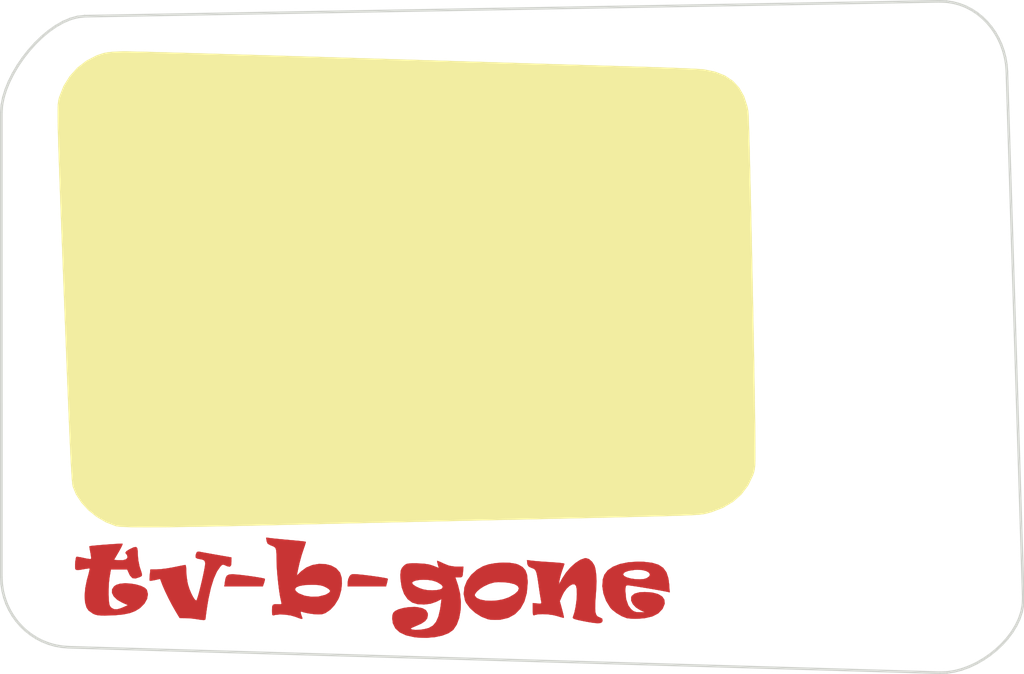
<source format=kicad_pcb>

(kicad_pcb (version 4) (host pcbnew 4.0.7)

	(general
		(links 0)
		(no_connects 0)
		(area 77.052499 41.877835 92.193313 53.630501)
		(thickness 1.6)
		(drawings 8)
		(tracks 0)
		(zones 0)
		(modules 1)
		(nets 1)
	)

	(page A4)
	(layers
		(0 F.Cu signal)
		(31 B.Cu signal)
		(32 B.Adhes user)
		(33 F.Adhes user)
		(34 B.Paste user)
		(35 F.Paste user)
		(36 B.SilkS user)
		(37 F.SilkS user)
		(38 B.Mask user)
		(39 F.Mask user)
		(40 Dwgs.User user)
		(41 Cmts.User user)
		(42 Eco1.User user)
		(43 Eco2.User user)
		(44 Edge.Cuts user)
		(45 Margin user)
		(46 B.CrtYd user)
		(47 F.CrtYd user)
		(48 B.Fab user)
		(49 F.Fab user)
	)

	(setup
		(last_trace_width 0.25)
		(trace_clearance 0.2)
		(zone_clearance 0.508)
		(zone_45_only no)
		(trace_min 0.2)
		(segment_width 0.2)
		(edge_width 0.15)
		(via_size 0.6)
		(via_drill 0.4)
		(via_min_size 0.4)
		(via_min_drill 0.3)
		(uvia_size 0.3)
		(uvia_drill 0.1)
		(uvias_allowed no)
		(uvia_min_size 0.2)
		(uvia_min_drill 0.1)
		(pcb_text_width 0.3)
		(pcb_text_size 1.5 1.5)
		(mod_edge_width 0.15)
		(mod_text_size 1 1)
		(mod_text_width 0.15)
		(pad_size 1.524 1.524)
		(pad_drill 0.762)
		(pad_to_mask_clearance 0.2)
		(aux_axis_origin 0 0)
		(visible_elements FFFFFF7F)
		(pcbplotparams
			(layerselection 0x010f0_80000001)
			(usegerberextensions false)
			(excludeedgelayer true)
			(linewidth 0.100000)
			(plotframeref false)
			(viasonmask false)
			(mode 1)
			(useauxorigin false)
			(hpglpennumber 1)
			(hpglpenspeed 20)
			(hpglpendiameter 15)
			(hpglpenoverlay 2)
			(psnegative false)
			(psa4output false)
			(plotreference true)
			(plotvalue true)
			(plotinvisibletext false)
			(padsonsilk false)
			(subtractmaskfromsilk false)
			(outputformat 1)
			(mirror false)
			(drillshape 1)
			(scaleselection 1)
			(outputdirectory gerbers/))
	)

	(net 0 "")

	(net_class Default "This is the default net class."
		(clearance 0.2)
		(trace_width 0.25)
		(via_dia 0.6)
		(via_drill 0.4)
		(uvia_dia 0.3)
		(uvia_drill 0.1)
	)
(module LOGO (layer F.Cu)
  (at 0 0)
 (fp_text reference "G***" (at 0 0) (layer F.SilkS) hide
  (effects (font (thickness 0.3)))
  )
  (fp_text value "LOGO" (at 0.75 0) (layer F.SilkS) hide
  (effects (font (thickness 0.3)))
  )
  (fp_poly (pts (xy -5.619190 18.737885) (xy -5.524907 18.778377) (xy -5.417228 18.829745) (xy -5.215380 18.910319) (xy -5.014366 18.942054) (xy -4.931928 18.944093) (xy -4.677833 18.944019) (xy -4.692502 19.145176)
     (xy -4.704745 19.266420) (xy -4.729372 19.325461) (xy -4.783191 19.344647) (xy -4.843789 19.346334) (xy -4.980407 19.346334) (xy -4.879912 19.645971) (xy -4.804326 19.951336) (xy -4.773171 20.268630)
     (xy -4.784489 20.580319) (xy -4.836320 20.868868) (xy -4.926705 21.116741) (xy -5.053685 21.306404) (xy -5.066962 21.320140) (xy -5.234069 21.436886) (xy -5.465889 21.526568) (xy -5.745943 21.586126)
     (xy -6.057749 21.612501) (xy -6.384830 21.602633) (xy -6.511982 21.588435) (xy -6.822063 21.520123) (xy -7.061216 21.409522) (xy -7.228260 21.257610) (xy -7.322014 21.065368) (xy -7.343508 20.898525)
     (xy -7.336482 20.761635) (xy -7.305430 20.676493) (xy -7.239000 20.611312) (xy -7.109756 20.547251) (xy -6.925541 20.496483) (xy -6.715675 20.464330) (xy -6.509478 20.456114) (xy -6.418729 20.462431)
     (xy -6.213524 20.504820) (xy -6.082546 20.577797) (xy -6.019438 20.685977) (xy -6.011333 20.758097) (xy -6.034207 20.879183) (xy -6.109861 20.981898) (xy -6.248843 21.076055) (xy -6.451350 21.167388)
     (xy -6.583138 21.221576) (xy -6.645562 21.255932) (xy -6.648750 21.279763) (xy -6.602834 21.302376) (xy -6.599583 21.303585) (xy -6.488106 21.320054) (xy -6.328487 21.314988) (xy -6.153573 21.291531)
     (xy -5.996213 21.252826) (xy -5.969000 21.243253) (xy -5.818812 21.156508) (xy -5.701729 21.017326) (xy -5.613310 20.817067) (xy -5.549114 20.547086) (xy -5.523915 20.376944) (xy -5.496496 20.158721)
     (xy -5.697589 20.260527) (xy -5.910171 20.333692) (xy -6.152979 20.363865) (xy -6.392247 20.349886) (xy -6.592728 20.291301) (xy -6.765630 20.163566) (xy -6.899549 19.967617) (xy -6.990737 19.712228)
     (xy -7.013561 19.555976) (xy -6.604000 19.555976) (xy -6.566185 19.615815) (xy -6.465678 19.685086) (xy -6.321882 19.752522) (xy -6.187075 19.798043) (xy -6.025262 19.827490) (xy -5.844102 19.836138)
     (xy -5.671521 19.825216) (xy -5.535445 19.795957) (xy -5.478721 19.766807) (xy -5.446445 19.700291) (xy -5.497970 19.624256) (xy -5.633006 19.539047) (xy -5.693833 19.509888) (xy -5.834925 19.465187)
     (xy -6.004600 19.439898) (xy -6.183430 19.433037) (xy -6.351991 19.443621) (xy -6.490855 19.470666) (xy -6.580597 19.513188) (xy -6.604000 19.555976) (xy -7.013561 19.555976) (xy -7.035443 19.406173)
     (xy -7.039320 19.246282) (xy -7.026202 19.098417) (xy -6.981803 18.994987) (xy -6.925036 18.928782) (xy -6.866564 18.876027) (xy -6.806138 18.843482) (xy -6.722599 18.826639) (xy -6.594787 18.820989)
     (xy -6.422800 18.821766) (xy -6.162306 18.834018) (xy -5.959071 18.866290) (xy -5.814875 18.911191) (xy -5.597251 18.996017) (xy -5.634235 18.867063) (xy -5.656627 18.774710) (xy -5.660293 18.727342)
     (xy -5.659826 18.726715) (xy -5.619190 18.737885) )(layer F.Cu) (width  0.010000)
  )
  (fp_poly (pts (xy 0.036785 18.664511) (xy 0.148560 18.762859) (xy 0.234784 18.898929) (xy 0.271636 19.019496) (xy 0.296103 19.192606) (xy 0.310415 19.342895) (xy 0.314885 19.494134) (xy 0.309827 19.670094)
     (xy 0.295553 19.894548) (xy 0.284997 20.033173) (xy 0.266508 20.311029) (xy 0.262410 20.516722) (xy 0.274979 20.661888) (xy 0.306488 20.758160) (xy 0.359212 20.817170) (xy 0.435427 20.850554)
     (xy 0.445329 20.853158) (xy 0.527431 20.894191) (xy 0.542193 20.969492) (xy 0.542018 20.970742) (xy 0.518549 21.025548) (xy 0.460154 21.056996) (xy 0.356370 21.065355) (xy 0.196728 21.050893)
     (xy -0.029238 21.013876) (xy -0.161486 20.988732) (xy -0.357796 20.948431) (xy -0.483299 20.916596) (xy -0.550798 20.888355) (xy -0.573094 20.858835) (xy -0.568284 20.833911) (xy -0.511060 20.660640)
     (xy -0.465443 20.446321) (xy -0.433930 20.215393) (xy -0.419021 19.992296) (xy -0.423214 19.801470) (xy -0.449007 19.667354) (xy -0.449029 19.667296) (xy -0.505698 19.605668) (xy -0.593053 19.607664)
     (xy -0.698107 19.664376) (xy -0.807870 19.766894) (xy -0.909354 19.906310) (xy -0.970051 20.024645) (xy -1.062369 20.239243) (xy -0.978846 20.543839) (xy -0.940359 20.691869) (xy -0.915136 20.804142)
     (xy -0.907831 20.859565) (xy -0.908660 20.861771) (xy -0.952520 20.856673) (xy -1.051990 20.829628) (xy -1.148915 20.798637) (xy -1.312414 20.758457) (xy -1.505881 20.732718) (xy -1.701929 20.722707)
     (xy -1.873171 20.729712) (xy -1.992218 20.755020) (xy -2.000250 20.758632) (xy -2.042052 20.770106) (xy -2.064370 20.741435) (xy -2.073117 20.656197) (xy -2.074333 20.552916) (xy -2.074333 20.311107)
     (xy -1.902475 20.327497) (xy -1.794575 20.333662) (xy -1.750817 20.318036) (xy -1.751609 20.271350) (xy -1.755278 20.257860) (xy -1.771063 20.182001) (xy -1.794633 20.043499) (xy -1.822516 19.863629)
     (xy -1.845324 19.706167) (xy -1.881074 19.457802) (xy -1.910798 19.280015) (xy -1.939571 19.159448) (xy -1.972467 19.082743) (xy -2.014559 19.036541) (xy -2.070921 19.007484) (xy -2.116666 18.991768)
     (xy -2.222806 18.942646) (xy -2.269939 18.870034) (xy -2.278798 18.821848) (xy -2.292763 18.699529) (xy -2.088298 18.724757) (xy -1.961697 18.737536) (xy -1.777422 18.752578) (xy -1.562357 18.767817)
     (xy -1.386416 18.778747) (xy -1.192606 18.792020) (xy -1.034100 18.806809) (xy -0.927406 18.821297) (xy -0.889021 18.833505) (xy -0.902691 18.884754) (xy -0.937752 18.988299) (xy -0.967879 19.071167)
     (xy -1.020247 19.231906) (xy -1.061413 19.393328) (xy -1.072386 19.452167) (xy -1.098055 19.621500) (xy -0.970326 19.388667) (xy -0.828686 19.171031) (xy -0.658960 18.973647) (xy -0.476133 18.809344)
     (xy -0.295193 18.690951) (xy -0.131126 18.631295) (xy -0.080142 18.626667) (xy 0.036785 18.664511) )(layer F.Cu) (width  0.010000)
  )
  (fp_poly (pts (xy -14.567689 18.387599) (xy -14.484530 18.403407) (xy -14.338022 18.430093) (xy -14.148235 18.464042) (xy -13.935237 18.501638) (xy -13.917083 18.504820) (xy -13.377333 18.599365) (xy -13.377333 18.758684)
     (xy -13.390481 18.888723) (xy -13.436328 18.944189) (xy -13.524484 18.931967) (xy -13.582103 18.905400) (xy -13.671621 18.866883) (xy -13.730192 18.878206) (xy -13.790235 18.935420) (xy -13.921918 19.125980)
     (xy -14.041960 19.394927) (xy -14.148458 19.736546) (xy -14.239506 20.145120) (xy -14.286803 20.425834) (xy -14.313767 20.609875) (xy -14.335129 20.764885) (xy -14.348116 20.870200) (xy -14.350750 20.902084)
     (xy -14.362850 20.934380) (xy -14.409123 20.946977) (xy -14.505127 20.940260) (xy -14.666419 20.914617) (xy -14.689666 20.910506) (xy -14.853623 20.888978) (xy -15.038013 20.875356) (xy -15.099351 20.873471)
     (xy -15.318536 20.870334) (xy -15.465100 20.626917) (xy -15.599788 20.390458) (xy -15.737126 20.127547) (xy -15.862144 19.868276) (xy -15.959870 19.642735) (xy -15.977828 19.596361) (xy -16.050786 19.401889)
     (xy -16.237997 19.444729) (xy -16.353497 19.466821) (xy -16.429175 19.473171) (xy -16.442591 19.469868) (xy -16.448419 19.421114) (xy -16.443603 19.317209) (xy -16.437148 19.251084) (xy -16.414322 19.050000)
     (xy -16.176411 19.049444) (xy -16.025018 19.040098) (xy -15.825957 19.015639) (xy -15.613912 18.980626) (xy -15.536333 18.965334) (xy -15.360746 18.929441) (xy -15.216958 18.901147) (xy -15.124687 18.884273)
     (xy -15.102416 18.881223) (xy -15.085412 18.919299) (xy -15.073890 19.018539) (xy -15.070666 19.125773) (xy -15.058666 19.312645) (xy -15.028031 19.518928) (xy -15.004965 19.623189) (xy -14.954203 19.783415)
     (xy -14.889322 19.940684) (xy -14.819735 20.077237) (xy -14.754854 20.175316) (xy -14.704088 20.217161) (xy -14.691250 20.215145) (xy -14.666253 20.165664) (xy -14.628872 20.050171) (xy -14.583129 19.885716)
     (xy -14.533047 19.689350) (xy -14.482650 19.478123) (xy -14.435961 19.269083) (xy -14.397004 19.079282) (xy -14.369802 18.925770) (xy -14.358377 18.825595) (xy -14.358833 18.806443) (xy -14.381779 18.726693)
     (xy -14.443572 18.684872) (xy -14.531384 18.665506) (xy -14.655839 18.640445) (xy -14.713291 18.605909) (xy -14.720952 18.543711) (xy -14.707332 18.479623) (xy -14.673236 18.398356) (xy -14.610208 18.380922)
     (xy -14.567689 18.387599) )(layer F.Cu) (width  0.010000)
  )
  (fp_poly (pts (xy -2.946088 18.800758) (xy -2.722162 18.835697) (xy -2.613654 18.871814) (xy -2.456308 18.963225) (xy -2.351658 19.083055) (xy -2.291824 19.246951) (xy -2.268926 19.470560) (xy -2.268117 19.558000)
     (xy -2.300987 19.932094) (xy -2.392179 20.253280) (xy -2.538611 20.517641) (xy -2.737201 20.721260) (xy -2.984868 20.860220) (xy -3.278529 20.930605) (xy -3.352974 20.936721) (xy -3.518236 20.939255)
     (xy -3.668861 20.930639) (xy -3.749123 20.917810) (xy -3.996161 20.823194) (xy -4.229445 20.678258) (xy -4.428425 20.499660) (xy -4.572551 20.304058) (xy -4.613064 20.217505) (xy -4.650358 20.036600)
     (xy -4.251802 20.036600) (xy -4.176801 20.121636) (xy -4.037628 20.182427) (xy -3.851417 20.218330) (xy -3.635306 20.228704) (xy -3.406431 20.212908) (xy -3.181929 20.170299) (xy -2.978935 20.100236)
     (xy -2.947560 20.085431) (xy -2.747176 19.967730) (xy -2.629982 19.856697) (xy -2.594559 19.755815) (xy -2.639492 19.668564) (xy -2.763362 19.598425) (xy -2.964752 19.548881) (xy -3.175000 19.526756)
     (xy -3.375735 19.521644) (xy -3.534097 19.538546) (xy -3.690704 19.582718) (xy -3.736266 19.599363) (xy -3.904216 19.677609) (xy -4.055059 19.774254) (xy -4.173213 19.876082) (xy -4.243095 19.969878)
     (xy -4.251802 20.036600) (xy -4.650358 20.036600) (xy -4.663842 19.971196) (xy -4.638092 19.720045) (xy -4.542209 19.476297) (xy -4.382590 19.252195) (xy -4.165631 19.059983) (xy -3.940887 18.930811)
     (xy -3.730240 18.860178) (xy -3.476585 18.814174) (xy -3.206382 18.793975) (xy -2.946088 18.800758) )(layer F.Cu) (width  0.010000)
  )
  (fp_poly (pts (xy -11.867155 17.881072) (xy -11.743465 17.894762) (xy -11.560706 17.913017) (xy -11.344186 17.933385) (xy -11.134056 17.952129) (xy -10.932241 17.970653) (xy -10.763446 17.988112) (xy -10.644241 18.002649)
     (xy -10.591198 18.012409) (xy -10.590171 18.013051) (xy -10.595633 18.057405) (xy -10.625288 18.156804) (xy -10.661434 18.259002) (xy -10.746638 18.516305) (xy -10.827259 18.811942) (xy -10.890909 19.099941)
     (xy -10.897120 19.133476) (xy -10.923640 19.280451) (xy -10.760072 19.120731) (xy -10.565224 18.977300) (xy -10.338230 18.884727) (xy -10.095958 18.842363) (xy -9.855277 18.849555) (xy -9.633054 18.905652)
     (xy -9.446158 19.010003) (xy -9.311458 19.161956) (xy -9.302981 19.177000) (xy -9.247096 19.352287) (xy -9.233304 19.574229) (xy -9.259815 19.817075) (xy -9.324844 20.055069) (xy -9.371526 20.164776)
     (xy -9.506727 20.383555) (xy -9.672130 20.561482) (xy -9.850894 20.682947) (xy -9.977557 20.726516) (xy -10.114900 20.734479) (xy -10.298268 20.722665) (xy -10.492509 20.695357) (xy -10.662471 20.656838)
     (xy -10.725802 20.635346) (xy -10.771830 20.625843) (xy -10.784582 20.656564) (xy -10.763785 20.740710) (xy -10.721161 20.859750) (xy -10.715109 20.895639) (xy -10.743023 20.904251) (xy -10.818921 20.883586)
     (xy -10.956821 20.831642) (xy -10.978773 20.822986) (xy -11.156347 20.772388) (xy -11.363698 20.742070) (xy -11.566774 20.734758) (xy -11.731524 20.753180) (xy -11.758083 20.760578) (xy -11.814109 20.772701)
     (xy -11.842336 20.749634) (xy -11.852236 20.673108) (xy -11.853333 20.576853) (xy -11.848310 20.446817) (xy -11.820301 20.377520) (xy -11.749896 20.352757) (xy -11.617684 20.356325) (xy -11.591517 20.358287)
     (xy -11.516738 20.358171) (xy -11.495022 20.325994) (xy -11.512900 20.238370) (xy -11.515957 20.227088) (xy -11.550925 20.063861) (xy -11.586276 19.838872) (xy -11.593943 19.778055) (xy -10.992601 19.778055)
     (xy -10.970161 19.854106) (xy -10.868027 19.939103) (xy -10.851865 19.948801) (xy -10.630307 20.036986) (xy -10.370645 20.076713) (xy -10.105032 20.066771) (xy -9.865621 20.005948) (xy -9.823639 19.987536)
     (xy -9.706510 19.918367) (xy -9.670896 19.855477) (xy -9.716987 19.789539) (xy -9.829147 19.719532) (xy -9.943964 19.667969) (xy -10.066161 19.637978) (xy -10.224224 19.624439) (xy -10.371666 19.622008)
     (xy -10.624882 19.632929) (xy -10.815651 19.664533) (xy -10.939661 19.713886) (xy -10.992601 19.778055) (xy -11.593943 19.778055) (xy -11.619545 19.574976) (xy -11.648267 19.295030) (xy -11.669975 19.021889)
     (xy -11.682204 18.778409) (xy -11.684000 18.669330) (xy -11.685606 18.468850) (xy -11.695582 18.335443) (xy -11.721661 18.251518) (xy -11.771581 18.199486) (xy -11.853074 18.161755) (xy -11.916833 18.139834)
     (xy -12.016492 18.083394) (xy -12.056295 17.987278) (xy -12.057655 17.976666) (xy -12.071476 17.855831) (xy -11.867155 17.881072) )(layer F.Cu) (width  0.010000)
  )
  (fp_poly (pts (xy 2.084285 18.764214) (xy 2.396544 18.800410) (xy 2.637441 18.873611) (xy 2.814738 18.990701) (xy 2.936201 19.158560) (xy 3.009591 19.384069) (xy 3.038891 19.610352) (xy 3.060047 19.906040)
     (xy 2.937607 19.880504) (xy 2.793082 19.852226) (xy 2.603419 19.817744) (xy 2.386258 19.779964) (xy 2.159237 19.741790) (xy 1.939997 19.706128) (xy 1.746177 19.675881) (xy 1.595418 19.653956)
     (xy 1.505358 19.643256) (xy 1.493320 19.642667) (xy 1.437041 19.650576) (xy 1.408359 19.688286) (xy 1.398205 19.776769) (xy 1.397236 19.864917) (xy 1.424841 20.164527) (xy 1.506892 20.399668)
     (xy 1.609401 20.538914) (xy 1.704824 20.616713) (xy 1.809275 20.651292) (xy 1.933494 20.657737) (xy 2.137834 20.656807) (xy 1.965173 20.578389) (xy 1.799708 20.476771) (xy 1.680209 20.350816)
     (xy 1.616283 20.216464) (xy 1.617539 20.089658) (xy 1.641065 20.040588) (xy 1.747140 19.955820) (xy 1.927859 19.908202) (xy 2.124747 19.896667) (xy 2.406661 19.916864) (xy 2.626045 19.974922)
     (xy 2.778985 20.067043) (xy 2.861567 20.189426) (xy 2.869876 20.338272) (xy 2.800000 20.509782) (xy 2.783356 20.535990) (xy 2.628887 20.697073) (xy 2.409665 20.809885) (xy 2.123050 20.875544)
     (xy 1.942658 20.891620) (xy 1.758954 20.895974) (xy 1.591534 20.891322) (xy 1.470997 20.878713) (xy 1.453387 20.874866) (xy 1.267292 20.803029) (xy 1.073400 20.690625) (xy 0.906000 20.559558)
     (xy 0.828205 20.475476) (xy 0.675866 20.225082) (xy 0.576847 19.953268) (xy 0.534613 19.679586) (xy 0.552626 19.423586) (xy 0.610864 19.248479) (xy 0.619716 19.236854) (xy 1.312334 19.236854)
     (xy 1.351170 19.297576) (xy 1.454026 19.349784) (xy 1.600420 19.390264) (xy 1.769871 19.415797) (xy 1.941896 19.423168) (xy 2.096014 19.409161) (xy 2.200959 19.376396) (xy 2.298420 19.303971)
     (xy 2.320961 19.230717) (xy 2.278009 19.163106) (xy 2.178995 19.107609) (xy 2.033348 19.070698) (xy 1.850498 19.058846) (xy 1.746484 19.064485) (xy 1.519751 19.098189) (xy 1.375806 19.149352)
     (xy 1.314678 19.217963) (xy 1.312334 19.236854) (xy 0.619716 19.236854) (xy 0.737108 19.082688) (xy 0.934195 18.947826) (xy 1.193043 18.846877) (xy 1.504572 18.782826) (xy 1.859701 18.758657)
     (xy 2.084285 18.764214) )(layer F.Cu) (width  0.010000)
  )
  (fp_poly (pts (xy -17.461272 18.085934) (xy -17.459036 18.086853) (xy -17.469768 18.129697) (xy -17.515520 18.226266) (xy -17.587252 18.357982) (xy -17.610528 18.398232) (xy -17.781464 18.690167) (xy -17.626017 18.703696)
     (xy -17.439632 18.703903) (xy -17.320041 18.667762) (xy -17.272592 18.597050) (xy -17.272000 18.586025) (xy -17.291623 18.505321) (xy -17.314333 18.478500) (xy -17.354285 18.428368) (xy -17.318646 18.369414)
     (xy -17.204139 18.296678) (xy -17.189020 18.288861) (xy -17.042682 18.220901) (xy -16.953935 18.206339) (xy -16.908605 18.253882) (xy -16.892518 18.372236) (xy -16.891000 18.471929) (xy -16.873188 18.696255)
     (xy -16.826912 18.925551) (xy -16.807374 18.990512) (xy -16.757094 19.141697) (xy -16.733067 19.232128) (xy -16.736571 19.281951) (xy -16.768883 19.311311) (xy -16.829492 19.339538) (xy -16.982171 19.388770)
     (xy -17.093100 19.370504) (xy -17.177434 19.279934) (xy -17.208500 19.219334) (xy -17.284859 19.050000) (xy -17.899350 19.050000) (xy -17.949650 19.348213) (xy -17.971888 19.537607) (xy -17.984905 19.767026)
     (xy -17.986385 19.992113) (xy -17.985225 20.029314) (xy -17.975845 20.215765) (xy -17.961753 20.337575) (xy -17.938009 20.414770) (xy -17.899676 20.467374) (xy -17.870909 20.492818) (xy -17.778902 20.543008)
     (xy -17.668880 20.547756) (xy -17.521589 20.505478) (xy -17.401456 20.454197) (xy -17.255746 20.387307) (xy -17.469860 20.293468) (xy -17.660250 20.184898) (xy -17.790061 20.058866) (xy -17.855556 19.926375)
     (xy -17.853001 19.798429) (xy -17.778660 19.686031) (xy -17.695333 19.629213) (xy -17.549267 19.584223) (xy -17.361278 19.569437) (xy -17.152877 19.581377) (xy -16.945570 19.616564) (xy -16.760867 19.671517)
     (xy -16.620276 19.742758) (xy -16.551098 19.814308) (xy -16.510308 19.975138) (xy -16.541678 20.151840) (xy -16.639019 20.328198) (xy -16.796139 20.487994) (xy -16.813312 20.501245) (xy -16.984770 20.607313)
     (xy -17.185514 20.683922) (xy -17.431334 20.735050) (xy -17.738021 20.764678) (xy -17.885833 20.771564) (xy -18.112881 20.777693) (xy -18.275284 20.775975) (xy -18.392850 20.764570) (xy -18.485386 20.741636)
     (xy -18.566378 20.708334) (xy -18.733969 20.589294) (xy -18.809795 20.477723) (xy -18.864359 20.287365) (xy -18.880342 20.041183) (xy -18.858301 19.758431) (xy -18.798791 19.458361) (xy -18.778174 19.383066)
     (xy -18.733999 19.222544) (xy -18.703500 19.095858) (xy -18.691192 19.022539) (xy -18.692499 19.012390) (xy -18.739622 19.011008) (xy -18.844379 19.024716) (xy -18.951130 19.044136) (xy -19.096901 19.068765)
     (xy -19.181266 19.068910) (xy -19.223963 19.044246) (xy -19.227227 19.039600) (xy -19.239439 18.973659) (xy -19.238884 18.859085) (xy -19.228033 18.730533) (xy -19.209354 18.622654) (xy -19.194526 18.580630)
     (xy -19.149564 18.576904) (xy -19.046301 18.591900) (xy -18.923793 18.618475) (xy -18.786225 18.647602) (xy -18.683960 18.660913) (xy -18.642738 18.656850) (xy -18.637279 18.605191) (xy -18.649394 18.498674)
     (xy -18.665743 18.411744) (xy -18.690157 18.287020) (xy -18.702319 18.202320) (xy -18.701628 18.180594) (xy -18.654885 18.171266) (xy -18.542569 18.158411) (xy -18.383024 18.143414) (xy -18.194595 18.127658)
     (xy -17.995627 18.112527) (xy -17.804466 18.099405) (xy -17.639456 18.089676) (xy -17.518943 18.084725) (xy -17.461272 18.085934) )(layer F.Cu) (width  0.010000)
  )
  (fp_poly (pts (xy -13.168659 19.242468) (xy -12.991755 19.260920) (xy -12.793336 19.285524) (xy -12.591837 19.313493) (xy -12.405694 19.342038) (xy -12.253343 19.368371) (xy -12.153221 19.389704) (xy -12.123722 19.400501)
     (xy -12.124777 19.447479) (xy -12.149718 19.539717) (xy -12.153617 19.551135) (xy -12.200282 19.685000) (xy -13.642481 19.685000) (xy -13.619546 19.514007) (xy -13.592748 19.372082) (xy -13.547390 19.284452)
     (xy -13.466631 19.240974) (xy -13.333630 19.231506) (xy -13.168659 19.242468) )(layer F.Cu) (width  0.010000)
  )
  (fp_poly (pts (xy -8.649711 19.234176) (xy -8.557290 19.242190) (xy -8.390949 19.259543) (xy -8.199638 19.283091) (xy -8.001847 19.310092) (xy -7.816062 19.337799) (xy -7.660770 19.363469) (xy -7.554460 19.384357)
     (xy -7.515953 19.396782) (xy -7.518893 19.442020) (xy -7.539645 19.535101) (xy -7.542917 19.547417) (xy -7.580087 19.685000) (xy -9.017000 19.685000) (xy -9.017000 19.546253) (xy -8.995843 19.415780)
     (xy -8.948873 19.310241) (xy -8.908753 19.261412) (xy -8.859863 19.234951) (xy -8.780688 19.227118) (xy -8.649711 19.234176) )(layer F.Cu) (width  0.010000)
  )
)
(module LOGO (layer F.Cu)
  (at 0 0)
 (fp_text reference "G***" (at 0 0) (layer F.SilkS) hide
  (effects (font (thickness 0.3)))
  )
  (fp_text value "LOGO" (at 0.75 0) (layer F.SilkS) hide
  (effects (font (thickness 0.3)))
  )
)
(module LOGO (layer F.Cu)
  (at 0 0)
 (fp_text reference "G***" (at 0 0) (layer F.SilkS) hide
  (effects (font (thickness 0.3)))
  )
  (fp_text value "LOGO" (at 0.75 0) (layer F.SilkS) hide
  (effects (font (thickness 0.3)))
  )
  (fp_poly (pts (xy -17.295423 -0.379523) (xy -17.131675 -0.376447) (xy -16.903186 -0.371237) (xy -16.608832 -0.363860) (xy -16.247490 -0.354281) (xy -15.818039 -0.342468) (xy -15.319354 -0.328387) (xy -14.750312 -0.312006)
     (xy -14.109792 -0.293290) (xy -13.396670 -0.272207) (xy -12.609823 -0.248723) (xy -11.748128 -0.222805) (xy -10.810462 -0.194419) (xy -9.795703 -0.163532) (xy -8.702728 -0.130111) (xy -7.530413 -0.094123)
     (xy -6.277636 -0.055534) (xy -4.943273 -0.014311) (xy -3.526203 0.029580) (xy -2.476500 0.062155) (xy -1.994229 0.077027) (xy -1.448096 0.093689) (xy -0.858871 0.111518) (xy -0.247323 0.129890)
     (xy 0.365778 0.148183) (xy 0.959661 0.165774) (xy 1.513558 0.182040) (xy 1.799167 0.190357) (xy 2.238126 0.203695) (xy 2.660231 0.217672) (xy 3.056237 0.231902) (xy 3.416900 0.246002)
     (xy 3.732975 0.259587) (xy 3.995217 0.272273) (xy 4.194382 0.283676) (xy 4.321224 0.293412) (xy 4.345769 0.296211) (xy 4.770760 0.384693) (xy 5.131790 0.528186) (xy 5.430726 0.728456)
     (xy 5.669433 0.987268) (xy 5.849780 1.306388) (xy 5.973634 1.687582) (xy 6.009822 1.870025) (xy 6.015077 1.938747) (xy 6.021686 2.086374) (xy 6.029529 2.307158) (xy 6.038485 2.595348)
     (xy 6.048433 2.945197) (xy 6.059251 3.350956) (xy 6.070819 3.806875) (xy 6.083016 4.307207) (xy 6.095720 4.846201) (xy 6.108812 5.418110) (xy 6.122169 6.017185) (xy 6.135672 6.637676)
     (xy 6.149198 7.273835) (xy 6.162627 7.919913) (xy 6.175839 8.570162) (xy 6.188711 9.218831) (xy 6.201123 9.860174) (xy 6.212955 10.488440) (xy 6.224085 11.097880) (xy 6.234391 11.682747)
     (xy 6.243755 12.237292) (xy 6.252053 12.755764) (xy 6.259166 13.232416) (xy 6.264971 13.661499) (xy 6.269350 14.037264) (xy 6.272005 14.329834) (xy 6.273721 14.639188) (xy 6.273042 14.877451)
     (xy 6.268996 15.058187) (xy 6.260609 15.194958) (xy 6.246910 15.301329) (xy 6.226926 15.390862) (xy 6.199684 15.477122) (xy 6.187269 15.511749) (xy 6.003355 15.897248) (xy 5.753520 16.230376)
     (xy 5.439499 16.509669) (xy 5.063024 16.733660) (xy 4.625828 16.900887) (xy 4.503565 16.934596) (xy 4.460784 16.945673) (xy 4.420430 16.955855) (xy 4.378834 16.965260) (xy 4.332327 16.974006)
     (xy 4.277240 16.982211) (xy 4.209904 16.989994) (xy 4.126650 16.997473) (xy 4.023809 17.004766) (xy 3.897711 17.011992) (xy 3.744688 17.019269) (xy 3.561070 17.026716) (xy 3.343189 17.034450)
     (xy 3.087375 17.042590) (xy 2.789959 17.051255) (xy 2.447272 17.060562) (xy 2.055645 17.070630) (xy 1.611409 17.081577) (xy 1.110895 17.093522) (xy 0.550434 17.106584) (xy -0.073644 17.120879)
     (xy -0.765007 17.136527) (xy -1.527325 17.153646) (xy -2.364267 17.172354) (xy -3.279501 17.192770) (xy -4.000500 17.208850) (xy -4.696627 17.224417) (xy -5.414307 17.240539) (xy -6.143494 17.256985)
     (xy -6.874145 17.273527) (xy -7.596216 17.289936) (xy -8.299664 17.305981) (xy -8.974443 17.321434) (xy -9.610510 17.336064) (xy -10.197822 17.349644) (xy -10.726334 17.361943) (xy -11.186002 17.372732)
     (xy -11.414605 17.378148) (xy -12.326265 17.399371) (xy -13.156058 17.417678) (xy -13.906735 17.433089) (xy -14.581044 17.445622) (xy -15.181735 17.455298) (xy -15.711559 17.462135) (xy -16.173263 17.466152)
     (xy -16.569599 17.467369) (xy -16.903314 17.465806) (xy -17.177160 17.461480) (xy -17.393885 17.454412) (xy -17.556239 17.444621) (xy -17.666971 17.432127) (xy -17.713630 17.422258) (xy -18.082284 17.279485)
     (xy -18.428557 17.077518) (xy -18.739758 16.828006) (xy -19.003190 16.542599) (xy -19.206159 16.232945) (xy -19.327099 15.941636) (xy -19.336647 15.895592) (xy -19.346724 15.817560) (xy -19.357492 15.704097)
     (xy -19.369112 15.551761) (xy -19.381745 15.357112) (xy -19.395551 15.116708) (xy -19.410692 14.827106) (xy -19.427329 14.484867) (xy -19.445622 14.086547) (xy -19.465733 13.628707) (xy -19.487823 13.107903)
     (xy -19.512053 12.520695) (xy -19.538584 11.863641) (xy -19.567576 11.133300) (xy -19.599192 10.326229) (xy -19.633591 9.438989) (xy -19.644150 9.165167) (xy -19.680103 8.231763) (xy -19.712904 7.379131)
     (xy -19.742644 6.603439) (xy -19.769419 5.900853) (xy -19.793321 5.267541) (xy -19.814443 4.699670) (xy -19.832879 4.193408) (xy -19.848722 3.744922) (xy -19.862066 3.350380) (xy -19.873004 3.005949)
     (xy -19.881629 2.707796) (xy -19.888034 2.452089) (xy -19.892313 2.234994) (xy -19.894559 2.052681) (xy -19.894866 1.901315) (xy -19.893327 1.777064) (xy -19.890035 1.676096) (xy -19.885083 1.594578)
     (xy -19.878565 1.528678) (xy -19.870575 1.474562) (xy -19.861205 1.428399) (xy -19.850548 1.386355) (xy -19.838699 1.344598) (xy -19.834921 1.331538) (xy -19.674640 0.923203) (xy -19.445176 0.554385)
     (xy -19.155319 0.233745) (xy -18.813859 -0.030058) (xy -18.429586 -0.228361) (xy -18.160680 -0.318122) (xy -17.986391 -0.349516) (xy -17.746458 -0.370696) (xy -17.459455 -0.380145) (xy -17.395552 -0.380497)
     (xy -17.295423 -0.379523) )(layer F.SilkS) (width  0.010000)
  )
)
(gr_line (start -18.882306 -1.700219) (end 13.184201 -2.257635) (layer Edge.Cuts) (width 0.1))
(gr_line (start 13.184201 -2.257635) (end 13.443959 -2.247641) (layer Edge.Cuts) (width 0.1))
(gr_line (start 13.443959 -2.247641) (end 13.694806 -2.209558) (layer Edge.Cuts) (width 0.1))
(gr_line (start 13.694806 -2.209558) (end 13.935732 -2.144988) (layer Edge.Cuts) (width 0.1))
(gr_line (start 13.935732 -2.144988) (end 14.165729 -2.055535) (layer Edge.Cuts) (width 0.1))
(gr_line (start 14.165729 -2.055535) (end 14.383787 -1.942805) (layer Edge.Cuts) (width 0.1))
(gr_line (start 14.383787 -1.942805) (end 14.588897 -1.808402) (layer Edge.Cuts) (width 0.1))
(gr_line (start 14.588897 -1.808402) (end 14.780049 -1.653930) (layer Edge.Cuts) (width 0.1))
(gr_line (start 14.780049 -1.653930) (end 14.956234 -1.480992) (layer Edge.Cuts) (width 0.1))
(gr_line (start 14.956234 -1.480992) (end 15.116443 -1.291195) (layer Edge.Cuts) (width 0.1))
(gr_line (start 15.116443 -1.291195) (end 15.259667 -1.086141) (layer Edge.Cuts) (width 0.1))
(gr_line (start 15.259667 -1.086141) (end 15.384896 -0.867435) (layer Edge.Cuts) (width 0.1))
(gr_line (start 15.384896 -0.867435) (end 15.491121 -0.636681) (layer Edge.Cuts) (width 0.1))
(gr_line (start 15.491121 -0.636681) (end 15.577333 -0.395485) (layer Edge.Cuts) (width 0.1))
(gr_line (start 15.577333 -0.395485) (end 15.642522 -0.145449) (layer Edge.Cuts) (width 0.1))
(gr_line (start 15.642522 -0.145449) (end 15.685680 0.111821) (layer Edge.Cuts) (width 0.1))
(gr_line (start 15.685680 0.111821) (end 15.705796 0.374722) (layer Edge.Cuts) (width 0.1))
(gr_line (start 15.705796 0.374722) (end 16.320630 20.114619) (layer Edge.Cuts) (width 0.1))
(gr_line (start 16.320630 20.114619) (end 16.308259 20.379658) (layer Edge.Cuts) (width 0.1))
(gr_line (start 16.308259 20.379658) (end 16.256734 20.642954) (layer Edge.Cuts) (width 0.1))
(gr_line (start 16.256734 20.642954) (end 16.169221 20.902321) (layer Edge.Cuts) (width 0.1))
(gr_line (start 16.169221 20.902321) (end 16.048883 21.155570) (layer Edge.Cuts) (width 0.1))
(gr_line (start 16.048883 21.155570) (end 15.898884 21.400514) (layer Edge.Cuts) (width 0.1))
(gr_line (start 15.898884 21.400514) (end 15.722388 21.634965) (layer Edge.Cuts) (width 0.1))
(gr_line (start 15.722388 21.634965) (end 15.522560 21.856736) (layer Edge.Cuts) (width 0.1))
(gr_line (start 15.522560 21.856736) (end 15.302564 22.063639) (layer Edge.Cuts) (width 0.1))
(gr_line (start 15.302564 22.063639) (end 15.065564 22.253487) (layer Edge.Cuts) (width 0.1))
(gr_line (start 15.065564 22.253487) (end 14.814724 22.424092) (layer Edge.Cuts) (width 0.1))
(gr_line (start 14.814724 22.424092) (end 14.553208 22.573266) (layer Edge.Cuts) (width 0.1))
(gr_line (start 14.553208 22.573266) (end 14.284180 22.698823) (layer Edge.Cuts) (width 0.1))
(gr_line (start 14.284180 22.698823) (end 14.010806 22.798573) (layer Edge.Cuts) (width 0.1))
(gr_line (start 14.010806 22.798573) (end 13.736248 22.870331) (layer Edge.Cuts) (width 0.1))
(gr_line (start 13.736248 22.870331) (end 13.463671 22.911908) (layer Edge.Cuts) (width 0.1))
(gr_line (start 13.463671 22.911908) (end 13.196239 22.921116) (layer Edge.Cuts) (width 0.1))
(gr_line (start 13.196239 22.921116) (end -19.484480 21.966627) (layer Edge.Cuts) (width 0.1))
(gr_line (start -19.484480 21.966627) (end -19.744658 21.945838) (layer Edge.Cuts) (width 0.1))
(gr_line (start -19.744658 21.945838) (end -19.996778 21.899756) (layer Edge.Cuts) (width 0.1))
(gr_line (start -19.996778 21.899756) (end -20.239638 21.829695) (layer Edge.Cuts) (width 0.1))
(gr_line (start -20.239638 21.829695) (end -20.472032 21.736967) (layer Edge.Cuts) (width 0.1))
(gr_line (start -20.472032 21.736967) (end -20.692757 21.622886) (layer Edge.Cuts) (width 0.1))
(gr_line (start -20.692757 21.622886) (end -20.900607 21.488766) (layer Edge.Cuts) (width 0.1))
(gr_line (start -20.900607 21.488766) (end -21.094379 21.335918) (layer Edge.Cuts) (width 0.1))
(gr_line (start -21.094379 21.335918) (end -21.272868 21.165658) (layer Edge.Cuts) (width 0.1))
(gr_line (start -21.272868 21.165658) (end -21.434870 20.979297) (layer Edge.Cuts) (width 0.1))
(gr_line (start -21.434870 20.979297) (end -21.579180 20.778148) (layer Edge.Cuts) (width 0.1))
(gr_line (start -21.579180 20.778148) (end -21.704594 20.563526) (layer Edge.Cuts) (width 0.1))
(gr_line (start -21.704594 20.563526) (end -21.809908 20.336744) (layer Edge.Cuts) (width 0.1))
(gr_line (start -21.809908 20.336744) (end -21.893918 20.099113) (layer Edge.Cuts) (width 0.1))
(gr_line (start -21.893918 20.099113) (end -21.955418 19.851949) (layer Edge.Cuts) (width 0.1))
(gr_line (start -21.955418 19.851949) (end -21.993206 19.596563) (layer Edge.Cuts) (width 0.1))
(gr_line (start -21.993206 19.596563) (end -22.006075 19.334270) (layer Edge.Cuts) (width 0.1))
(gr_line (start -22.006075 19.334270) (end -22.006697 1.909477) (layer Edge.Cuts) (width 0.1))
(gr_line (start -22.006697 1.909477) (end -21.987079 1.636025) (layer Edge.Cuts) (width 0.1))
(gr_line (start -21.987079 1.636025) (end -21.930184 1.349121) (layer Edge.Cuts) (width 0.1))
(gr_line (start -21.930184 1.349121) (end -21.838982 1.053014) (layer Edge.Cuts) (width 0.1))
(gr_line (start -21.838982 1.053014) (end -21.716441 0.751955) (layer Edge.Cuts) (width 0.1))
(gr_line (start -21.716441 0.751955) (end -21.565531 0.450193) (layer Edge.Cuts) (width 0.1))
(gr_line (start -21.565531 0.450193) (end -21.389221 0.151977) (layer Edge.Cuts) (width 0.1))
(gr_line (start -21.389221 0.151977) (end -21.190479 -0.138442) (layer Edge.Cuts) (width 0.1))
(gr_line (start -21.190479 -0.138442) (end -20.972276 -0.416816) (layer Edge.Cuts) (width 0.1))
(gr_line (start -20.972276 -0.416816) (end -20.737579 -0.678895) (layer Edge.Cuts) (width 0.1))
(gr_line (start -20.737579 -0.678895) (end -20.489359 -0.920430) (layer Edge.Cuts) (width 0.1))
(gr_line (start -20.489359 -0.920430) (end -20.230584 -1.137169) (layer Edge.Cuts) (width 0.1))
(gr_line (start -20.230584 -1.137169) (end -19.964223 -1.324865) (layer Edge.Cuts) (width 0.1))
(gr_line (start -19.964223 -1.324865) (end -19.693246 -1.479268) (layer Edge.Cuts) (width 0.1))
(gr_line (start -19.693246 -1.479268) (end -19.420621 -1.596127) (layer Edge.Cuts) (width 0.1))
(gr_line (start -19.420621 -1.596127) (end -19.149318 -1.671194) (layer Edge.Cuts) (width 0.1))
(gr_line (start -19.149318 -1.671194) (end -18.882306 -1.700219) (layer Edge.Cuts) (width 0.1))
(gr_line (start -18.882306 -1.700219) (end -18.882306 -1.700219) (layer Edge.Cuts) (width 0.1))
(gr_line (start -18.882306 -1.700219) (end -18.882306 -1.700219) (layer Edge.Cuts) (width 0.1))

)

</source>
